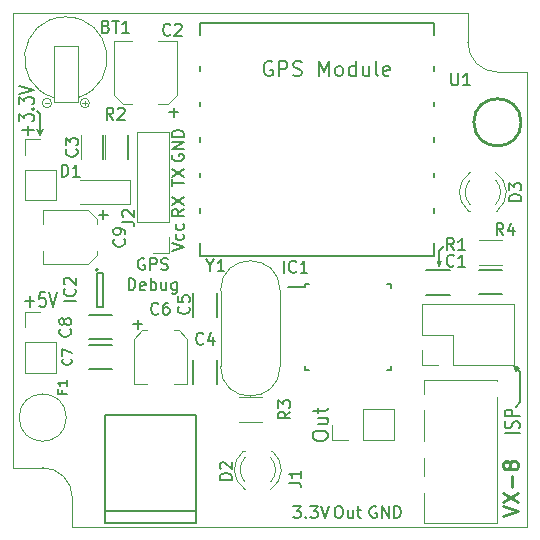
<source format=gto>
G04 #@! TF.FileFunction,Legend,Top*
%FSLAX46Y46*%
G04 Gerber Fmt 4.6, Leading zero omitted, Abs format (unit mm)*
G04 Created by KiCad (PCBNEW 4.0.6) date 04/17/17 12:50:54*
%MOMM*%
%LPD*%
G01*
G04 APERTURE LIST*
%ADD10C,0.100000*%
%ADD11C,0.150000*%
%ADD12C,0.200000*%
%ADD13C,0.250000*%
%ADD14C,0.050000*%
%ADD15C,0.120000*%
G04 APERTURE END LIST*
D10*
D11*
X148082000Y-96393000D02*
X148209000Y-96012000D01*
X148082000Y-96393000D02*
X147955000Y-96012000D01*
X148082000Y-95123000D02*
X148463000Y-94742000D01*
X148082000Y-96393000D02*
X148082000Y-95123000D01*
X154940000Y-107950000D02*
X154559000Y-108331000D01*
X154432000Y-104902000D02*
X154559000Y-105283000D01*
X154432000Y-104902000D02*
X154813000Y-105029000D01*
X154432000Y-104902000D02*
X154940000Y-105410000D01*
X154940000Y-107950000D02*
X154940000Y-105410000D01*
D12*
X154870476Y-110577190D02*
X153620476Y-110577190D01*
X154810952Y-110148619D02*
X154870476Y-110005762D01*
X154870476Y-109767666D01*
X154810952Y-109672428D01*
X154751429Y-109624809D01*
X154632381Y-109577190D01*
X154513333Y-109577190D01*
X154394286Y-109624809D01*
X154334762Y-109672428D01*
X154275238Y-109767666D01*
X154215714Y-109958143D01*
X154156190Y-110053381D01*
X154096667Y-110101000D01*
X153977619Y-110148619D01*
X153858571Y-110148619D01*
X153739524Y-110101000D01*
X153680000Y-110053381D01*
X153620476Y-109958143D01*
X153620476Y-109720047D01*
X153680000Y-109577190D01*
X154870476Y-109148619D02*
X153620476Y-109148619D01*
X153620476Y-108767666D01*
X153680000Y-108672428D01*
X153739524Y-108624809D01*
X153858571Y-108577190D01*
X154037143Y-108577190D01*
X154156190Y-108624809D01*
X154215714Y-108672428D01*
X154275238Y-108767666D01*
X154275238Y-109148619D01*
X114300000Y-83566000D02*
X114300000Y-85344000D01*
X114046000Y-83312000D02*
X114300000Y-83566000D01*
X133914144Y-79131000D02*
X133795096Y-79071476D01*
X133616525Y-79071476D01*
X133437953Y-79131000D01*
X133318906Y-79250048D01*
X133259382Y-79369095D01*
X133199858Y-79607190D01*
X133199858Y-79785762D01*
X133259382Y-80023857D01*
X133318906Y-80142905D01*
X133437953Y-80261952D01*
X133616525Y-80321476D01*
X133735573Y-80321476D01*
X133914144Y-80261952D01*
X133973668Y-80202429D01*
X133973668Y-79785762D01*
X133735573Y-79785762D01*
X134509382Y-80321476D02*
X134509382Y-79071476D01*
X134985573Y-79071476D01*
X135104620Y-79131000D01*
X135164144Y-79190524D01*
X135223668Y-79309571D01*
X135223668Y-79488143D01*
X135164144Y-79607190D01*
X135104620Y-79666714D01*
X134985573Y-79726238D01*
X134509382Y-79726238D01*
X135699858Y-80261952D02*
X135878430Y-80321476D01*
X136176049Y-80321476D01*
X136295096Y-80261952D01*
X136354620Y-80202429D01*
X136414144Y-80083381D01*
X136414144Y-79964333D01*
X136354620Y-79845286D01*
X136295096Y-79785762D01*
X136176049Y-79726238D01*
X135937953Y-79666714D01*
X135818906Y-79607190D01*
X135759382Y-79547667D01*
X135699858Y-79428619D01*
X135699858Y-79309571D01*
X135759382Y-79190524D01*
X135818906Y-79131000D01*
X135937953Y-79071476D01*
X136235573Y-79071476D01*
X136414144Y-79131000D01*
X137902239Y-80321476D02*
X137902239Y-79071476D01*
X138318906Y-79964333D01*
X138735572Y-79071476D01*
X138735572Y-80321476D01*
X139509381Y-80321476D02*
X139390334Y-80261952D01*
X139330810Y-80202429D01*
X139271286Y-80083381D01*
X139271286Y-79726238D01*
X139330810Y-79607190D01*
X139390334Y-79547667D01*
X139509381Y-79488143D01*
X139687953Y-79488143D01*
X139807001Y-79547667D01*
X139866524Y-79607190D01*
X139926048Y-79726238D01*
X139926048Y-80083381D01*
X139866524Y-80202429D01*
X139807001Y-80261952D01*
X139687953Y-80321476D01*
X139509381Y-80321476D01*
X140997476Y-80321476D02*
X140997476Y-79071476D01*
X140997476Y-80261952D02*
X140878429Y-80321476D01*
X140640333Y-80321476D01*
X140521286Y-80261952D01*
X140461762Y-80202429D01*
X140402238Y-80083381D01*
X140402238Y-79726238D01*
X140461762Y-79607190D01*
X140521286Y-79547667D01*
X140640333Y-79488143D01*
X140878429Y-79488143D01*
X140997476Y-79547667D01*
X142128428Y-79488143D02*
X142128428Y-80321476D01*
X141592714Y-79488143D02*
X141592714Y-80142905D01*
X141652238Y-80261952D01*
X141771285Y-80321476D01*
X141949857Y-80321476D01*
X142068905Y-80261952D01*
X142128428Y-80202429D01*
X142902237Y-80321476D02*
X142783190Y-80261952D01*
X142723666Y-80142905D01*
X142723666Y-79071476D01*
X143854619Y-80261952D02*
X143735571Y-80321476D01*
X143497476Y-80321476D01*
X143378428Y-80261952D01*
X143318904Y-80142905D01*
X143318904Y-79666714D01*
X143378428Y-79547667D01*
X143497476Y-79488143D01*
X143735571Y-79488143D01*
X143854619Y-79547667D01*
X143914142Y-79666714D01*
X143914142Y-79785762D01*
X143318904Y-79904810D01*
X123110715Y-95805000D02*
X123015477Y-95757381D01*
X122872620Y-95757381D01*
X122729762Y-95805000D01*
X122634524Y-95900238D01*
X122586905Y-95995476D01*
X122539286Y-96185952D01*
X122539286Y-96328810D01*
X122586905Y-96519286D01*
X122634524Y-96614524D01*
X122729762Y-96709762D01*
X122872620Y-96757381D01*
X122967858Y-96757381D01*
X123110715Y-96709762D01*
X123158334Y-96662143D01*
X123158334Y-96328810D01*
X122967858Y-96328810D01*
X123586905Y-96757381D02*
X123586905Y-95757381D01*
X123967858Y-95757381D01*
X124063096Y-95805000D01*
X124110715Y-95852619D01*
X124158334Y-95947857D01*
X124158334Y-96090714D01*
X124110715Y-96185952D01*
X124063096Y-96233571D01*
X123967858Y-96281190D01*
X123586905Y-96281190D01*
X124539286Y-96709762D02*
X124682143Y-96757381D01*
X124920239Y-96757381D01*
X125015477Y-96709762D01*
X125063096Y-96662143D01*
X125110715Y-96566905D01*
X125110715Y-96471667D01*
X125063096Y-96376429D01*
X125015477Y-96328810D01*
X124920239Y-96281190D01*
X124729762Y-96233571D01*
X124634524Y-96185952D01*
X124586905Y-96138333D01*
X124539286Y-96043095D01*
X124539286Y-95947857D01*
X124586905Y-95852619D01*
X124634524Y-95805000D01*
X124729762Y-95757381D01*
X124967858Y-95757381D01*
X125110715Y-95805000D01*
X121777381Y-98457381D02*
X121777381Y-97457381D01*
X122015476Y-97457381D01*
X122158334Y-97505000D01*
X122253572Y-97600238D01*
X122301191Y-97695476D01*
X122348810Y-97885952D01*
X122348810Y-98028810D01*
X122301191Y-98219286D01*
X122253572Y-98314524D01*
X122158334Y-98409762D01*
X122015476Y-98457381D01*
X121777381Y-98457381D01*
X123158334Y-98409762D02*
X123063096Y-98457381D01*
X122872619Y-98457381D01*
X122777381Y-98409762D01*
X122729762Y-98314524D01*
X122729762Y-97933571D01*
X122777381Y-97838333D01*
X122872619Y-97790714D01*
X123063096Y-97790714D01*
X123158334Y-97838333D01*
X123205953Y-97933571D01*
X123205953Y-98028810D01*
X122729762Y-98124048D01*
X123634524Y-98457381D02*
X123634524Y-97457381D01*
X123634524Y-97838333D02*
X123729762Y-97790714D01*
X123920239Y-97790714D01*
X124015477Y-97838333D01*
X124063096Y-97885952D01*
X124110715Y-97981190D01*
X124110715Y-98266905D01*
X124063096Y-98362143D01*
X124015477Y-98409762D01*
X123920239Y-98457381D01*
X123729762Y-98457381D01*
X123634524Y-98409762D01*
X124967858Y-97790714D02*
X124967858Y-98457381D01*
X124539286Y-97790714D02*
X124539286Y-98314524D01*
X124586905Y-98409762D01*
X124682143Y-98457381D01*
X124825001Y-98457381D01*
X124920239Y-98409762D01*
X124967858Y-98362143D01*
X125872620Y-97790714D02*
X125872620Y-98600238D01*
X125825001Y-98695476D01*
X125777382Y-98743095D01*
X125682143Y-98790714D01*
X125539286Y-98790714D01*
X125444048Y-98743095D01*
X125872620Y-98409762D02*
X125777382Y-98457381D01*
X125586905Y-98457381D01*
X125491667Y-98409762D01*
X125444048Y-98362143D01*
X125396429Y-98266905D01*
X125396429Y-97981190D01*
X125444048Y-97885952D01*
X125491667Y-97838333D01*
X125586905Y-97790714D01*
X125777382Y-97790714D01*
X125872620Y-97838333D01*
X125484000Y-86994904D02*
X125436381Y-87090142D01*
X125436381Y-87232999D01*
X125484000Y-87375857D01*
X125579238Y-87471095D01*
X125674476Y-87518714D01*
X125864952Y-87566333D01*
X126007810Y-87566333D01*
X126198286Y-87518714D01*
X126293524Y-87471095D01*
X126388762Y-87375857D01*
X126436381Y-87232999D01*
X126436381Y-87137761D01*
X126388762Y-86994904D01*
X126341143Y-86947285D01*
X126007810Y-86947285D01*
X126007810Y-87137761D01*
X126436381Y-86518714D02*
X125436381Y-86518714D01*
X126436381Y-85947285D01*
X125436381Y-85947285D01*
X126436381Y-85471095D02*
X125436381Y-85471095D01*
X125436381Y-85233000D01*
X125484000Y-85090142D01*
X125579238Y-84994904D01*
X125674476Y-84947285D01*
X125864952Y-84899666D01*
X126007810Y-84899666D01*
X126198286Y-84947285D01*
X126293524Y-84994904D01*
X126388762Y-85090142D01*
X126436381Y-85233000D01*
X126436381Y-85471095D01*
X125436381Y-89661905D02*
X125436381Y-89090476D01*
X126436381Y-89376191D02*
X125436381Y-89376191D01*
X125436381Y-88852381D02*
X126436381Y-88185714D01*
X125436381Y-88185714D02*
X126436381Y-88852381D01*
X125436381Y-95170476D02*
X126436381Y-94837143D01*
X125436381Y-94503809D01*
X126388762Y-93741904D02*
X126436381Y-93837142D01*
X126436381Y-94027619D01*
X126388762Y-94122857D01*
X126341143Y-94170476D01*
X126245905Y-94218095D01*
X125960190Y-94218095D01*
X125864952Y-94170476D01*
X125817333Y-94122857D01*
X125769714Y-94027619D01*
X125769714Y-93837142D01*
X125817333Y-93741904D01*
X126388762Y-92884761D02*
X126436381Y-92979999D01*
X126436381Y-93170476D01*
X126388762Y-93265714D01*
X126341143Y-93313333D01*
X126245905Y-93360952D01*
X125960190Y-93360952D01*
X125864952Y-93313333D01*
X125817333Y-93265714D01*
X125769714Y-93170476D01*
X125769714Y-92979999D01*
X125817333Y-92884761D01*
X126436381Y-91606666D02*
X125960190Y-91940000D01*
X126436381Y-92178095D02*
X125436381Y-92178095D01*
X125436381Y-91797142D01*
X125484000Y-91701904D01*
X125531619Y-91654285D01*
X125626857Y-91606666D01*
X125769714Y-91606666D01*
X125864952Y-91654285D01*
X125912571Y-91701904D01*
X125960190Y-91797142D01*
X125960190Y-92178095D01*
X125436381Y-91273333D02*
X126436381Y-90606666D01*
X125436381Y-90606666D02*
X126436381Y-91273333D01*
X114554000Y-84836000D02*
X114300000Y-85344000D01*
X114300000Y-85344000D02*
X114046000Y-84836000D01*
X113246286Y-85312000D02*
X113246286Y-84550095D01*
X113722476Y-84931047D02*
X112770095Y-84931047D01*
X112472476Y-84169143D02*
X112472476Y-83550095D01*
X112948667Y-83883429D01*
X112948667Y-83740571D01*
X113008190Y-83645333D01*
X113067714Y-83597714D01*
X113186762Y-83550095D01*
X113484381Y-83550095D01*
X113603429Y-83597714D01*
X113662952Y-83645333D01*
X113722476Y-83740571D01*
X113722476Y-84026286D01*
X113662952Y-84121524D01*
X113603429Y-84169143D01*
X113603429Y-83121524D02*
X113662952Y-83073905D01*
X113722476Y-83121524D01*
X113662952Y-83169143D01*
X113603429Y-83121524D01*
X113722476Y-83121524D01*
X112472476Y-82740572D02*
X112472476Y-82121524D01*
X112948667Y-82454858D01*
X112948667Y-82312000D01*
X113008190Y-82216762D01*
X113067714Y-82169143D01*
X113186762Y-82121524D01*
X113484381Y-82121524D01*
X113603429Y-82169143D01*
X113662952Y-82216762D01*
X113722476Y-82312000D01*
X113722476Y-82597715D01*
X113662952Y-82692953D01*
X113603429Y-82740572D01*
X112472476Y-81835810D02*
X113722476Y-81502477D01*
X112472476Y-81169143D01*
X113014286Y-99403286D02*
X113776191Y-99403286D01*
X113395239Y-99879476D02*
X113395239Y-98927095D01*
X114728572Y-98629476D02*
X114252381Y-98629476D01*
X114204762Y-99224714D01*
X114252381Y-99165190D01*
X114347619Y-99105667D01*
X114585715Y-99105667D01*
X114680953Y-99165190D01*
X114728572Y-99224714D01*
X114776191Y-99343762D01*
X114776191Y-99641381D01*
X114728572Y-99760429D01*
X114680953Y-99819952D01*
X114585715Y-99879476D01*
X114347619Y-99879476D01*
X114252381Y-99819952D01*
X114204762Y-99760429D01*
X115061905Y-98629476D02*
X115395238Y-99879476D01*
X115728572Y-98629476D01*
X137364476Y-110896667D02*
X137364476Y-110658571D01*
X137424000Y-110539524D01*
X137543048Y-110420476D01*
X137781143Y-110360952D01*
X138197810Y-110360952D01*
X138435905Y-110420476D01*
X138554952Y-110539524D01*
X138614476Y-110658571D01*
X138614476Y-110896667D01*
X138554952Y-111015714D01*
X138435905Y-111134762D01*
X138197810Y-111194286D01*
X137781143Y-111194286D01*
X137543048Y-111134762D01*
X137424000Y-111015714D01*
X137364476Y-110896667D01*
X137781143Y-109289524D02*
X138614476Y-109289524D01*
X137781143Y-109825238D02*
X138435905Y-109825238D01*
X138554952Y-109765714D01*
X138614476Y-109646667D01*
X138614476Y-109468095D01*
X138554952Y-109349047D01*
X138495429Y-109289524D01*
X137781143Y-108872857D02*
X137781143Y-108396667D01*
X137364476Y-108694286D02*
X138435905Y-108694286D01*
X138554952Y-108634762D01*
X138614476Y-108515715D01*
X138614476Y-108396667D01*
X142738096Y-116800000D02*
X142642858Y-116752381D01*
X142500001Y-116752381D01*
X142357143Y-116800000D01*
X142261905Y-116895238D01*
X142214286Y-116990476D01*
X142166667Y-117180952D01*
X142166667Y-117323810D01*
X142214286Y-117514286D01*
X142261905Y-117609524D01*
X142357143Y-117704762D01*
X142500001Y-117752381D01*
X142595239Y-117752381D01*
X142738096Y-117704762D01*
X142785715Y-117657143D01*
X142785715Y-117323810D01*
X142595239Y-117323810D01*
X143214286Y-117752381D02*
X143214286Y-116752381D01*
X143785715Y-117752381D01*
X143785715Y-116752381D01*
X144261905Y-117752381D02*
X144261905Y-116752381D01*
X144500000Y-116752381D01*
X144642858Y-116800000D01*
X144738096Y-116895238D01*
X144785715Y-116990476D01*
X144833334Y-117180952D01*
X144833334Y-117323810D01*
X144785715Y-117514286D01*
X144738096Y-117609524D01*
X144642858Y-117704762D01*
X144500000Y-117752381D01*
X144261905Y-117752381D01*
X139466666Y-116752381D02*
X139657143Y-116752381D01*
X139752381Y-116800000D01*
X139847619Y-116895238D01*
X139895238Y-117085714D01*
X139895238Y-117419048D01*
X139847619Y-117609524D01*
X139752381Y-117704762D01*
X139657143Y-117752381D01*
X139466666Y-117752381D01*
X139371428Y-117704762D01*
X139276190Y-117609524D01*
X139228571Y-117419048D01*
X139228571Y-117085714D01*
X139276190Y-116895238D01*
X139371428Y-116800000D01*
X139466666Y-116752381D01*
X140752381Y-117085714D02*
X140752381Y-117752381D01*
X140323809Y-117085714D02*
X140323809Y-117609524D01*
X140371428Y-117704762D01*
X140466666Y-117752381D01*
X140609524Y-117752381D01*
X140704762Y-117704762D01*
X140752381Y-117657143D01*
X141085714Y-117085714D02*
X141466666Y-117085714D01*
X141228571Y-116752381D02*
X141228571Y-117609524D01*
X141276190Y-117704762D01*
X141371428Y-117752381D01*
X141466666Y-117752381D01*
X135723810Y-116752381D02*
X136342858Y-116752381D01*
X136009524Y-117133333D01*
X136152382Y-117133333D01*
X136247620Y-117180952D01*
X136295239Y-117228571D01*
X136342858Y-117323810D01*
X136342858Y-117561905D01*
X136295239Y-117657143D01*
X136247620Y-117704762D01*
X136152382Y-117752381D01*
X135866667Y-117752381D01*
X135771429Y-117704762D01*
X135723810Y-117657143D01*
X136771429Y-117657143D02*
X136819048Y-117704762D01*
X136771429Y-117752381D01*
X136723810Y-117704762D01*
X136771429Y-117657143D01*
X136771429Y-117752381D01*
X137152381Y-116752381D02*
X137771429Y-116752381D01*
X137438095Y-117133333D01*
X137580953Y-117133333D01*
X137676191Y-117180952D01*
X137723810Y-117228571D01*
X137771429Y-117323810D01*
X137771429Y-117561905D01*
X137723810Y-117657143D01*
X137676191Y-117704762D01*
X137580953Y-117752381D01*
X137295238Y-117752381D01*
X137200000Y-117704762D01*
X137152381Y-117657143D01*
X138057143Y-116752381D02*
X138390476Y-117752381D01*
X138723810Y-116752381D01*
D13*
X153493476Y-117569952D02*
X154743476Y-117153286D01*
X153493476Y-116736619D01*
X153493476Y-116439000D02*
X154743476Y-115605666D01*
X153493476Y-115605666D02*
X154743476Y-116439000D01*
X154267286Y-115129476D02*
X154267286Y-114177095D01*
X154029190Y-113403286D02*
X153969667Y-113522333D01*
X153910143Y-113581857D01*
X153791095Y-113641381D01*
X153731571Y-113641381D01*
X153612524Y-113581857D01*
X153553000Y-113522333D01*
X153493476Y-113403286D01*
X153493476Y-113165190D01*
X153553000Y-113046143D01*
X153612524Y-112986619D01*
X153731571Y-112927095D01*
X153791095Y-112927095D01*
X153910143Y-112986619D01*
X153969667Y-113046143D01*
X154029190Y-113165190D01*
X154029190Y-113403286D01*
X154088714Y-113522333D01*
X154148238Y-113581857D01*
X154267286Y-113641381D01*
X154505381Y-113641381D01*
X154624429Y-113581857D01*
X154683952Y-113522333D01*
X154743476Y-113403286D01*
X154743476Y-113165190D01*
X154683952Y-113046143D01*
X154624429Y-112986619D01*
X154505381Y-112927095D01*
X154267286Y-112927095D01*
X154148238Y-112986619D01*
X154088714Y-113046143D01*
X154029190Y-113165190D01*
D10*
X116500000Y-109250000D02*
G75*
G03X116500000Y-109250000I-2000000J0D01*
G01*
D13*
X155000000Y-84250000D02*
G75*
G03X155000000Y-84250000I-2000000J0D01*
G01*
D14*
X117000000Y-116000000D02*
X117000000Y-118500000D01*
X114500000Y-113500000D02*
X112000000Y-113500000D01*
X117000000Y-116000000D02*
G75*
G03X114500000Y-113500000I-2500000J0D01*
G01*
X150500000Y-77500000D02*
G75*
G03X153000000Y-80000000I2500000J0D01*
G01*
X153000000Y-80000000D02*
X155500000Y-80000000D01*
X150500000Y-75000000D02*
X150500000Y-77500000D01*
X112000000Y-75000000D02*
X150500000Y-75000000D01*
X112000000Y-113500000D02*
X112000000Y-75000000D01*
X155500000Y-118500000D02*
X117000000Y-118500000D01*
X155500000Y-80000000D02*
X155500000Y-118500000D01*
D15*
X117630000Y-91170000D02*
X121930000Y-91170000D01*
X121930000Y-91170000D02*
X121930000Y-89170000D01*
X121930000Y-89170000D02*
X117630000Y-89170000D01*
D11*
X119749360Y-117199180D02*
X127450640Y-117199180D01*
X119749360Y-118199940D02*
X127450640Y-118199940D01*
X127450640Y-118199940D02*
X127450640Y-109000060D01*
X127450640Y-109000060D02*
X119749360Y-109000060D01*
X119749360Y-109000060D02*
X119749360Y-118199940D01*
X136710000Y-97975000D02*
X136710000Y-98200000D01*
X143960000Y-97975000D02*
X143960000Y-98300000D01*
X143960000Y-105225000D02*
X143960000Y-104900000D01*
X136710000Y-105225000D02*
X136710000Y-104900000D01*
X136710000Y-97975000D02*
X137035000Y-97975000D01*
X136710000Y-105225000D02*
X137035000Y-105225000D01*
X143960000Y-105225000D02*
X143635000Y-105225000D01*
X143960000Y-97975000D02*
X143635000Y-97975000D01*
X136710000Y-98200000D02*
X135285000Y-98200000D01*
X119180000Y-96725000D02*
G75*
G03X119180000Y-96725000I-100000J0D01*
G01*
X119630000Y-96975000D02*
X119130000Y-96975000D01*
X119630000Y-99875000D02*
X119630000Y-96975000D01*
X119130000Y-99875000D02*
X119630000Y-99875000D01*
X119130000Y-96975000D02*
X119130000Y-99875000D01*
X151400000Y-98815000D02*
X153400000Y-98815000D01*
X153400000Y-96765000D02*
X151400000Y-96765000D01*
X129295000Y-106410000D02*
X129295000Y-104410000D01*
X127245000Y-104410000D02*
X127245000Y-106410000D01*
X127245000Y-98695000D02*
X127245000Y-100695000D01*
X129295000Y-100695000D02*
X129295000Y-98695000D01*
X118380000Y-105165000D02*
X120380000Y-105165000D01*
X120380000Y-103115000D02*
X118380000Y-103115000D01*
X118380000Y-102625000D02*
X120380000Y-102625000D01*
X120380000Y-100575000D02*
X118380000Y-100575000D01*
X119575000Y-87360000D02*
X119575000Y-85360000D01*
X121725000Y-85360000D02*
X121725000Y-87360000D01*
X148955000Y-98865000D02*
X146955000Y-98865000D01*
X146955000Y-96715000D02*
X148955000Y-96715000D01*
D15*
X117725000Y-85360000D02*
X117725000Y-87360000D01*
X119765000Y-87360000D02*
X119765000Y-85360000D01*
X126760000Y-106430000D02*
X125590000Y-106430000D01*
X122190000Y-106430000D02*
X123360000Y-106430000D01*
X122950000Y-101850000D02*
X123360000Y-101850000D01*
X126000000Y-101850000D02*
X125590000Y-101850000D01*
X126760000Y-102620000D02*
X126760000Y-106430000D01*
X126760000Y-102620000D02*
X126000000Y-101850000D01*
X122190000Y-102620000D02*
X122190000Y-106430000D01*
X122190000Y-102620000D02*
X122950000Y-101850000D01*
X114550000Y-96280000D02*
X114550000Y-95110000D01*
X114550000Y-91710000D02*
X114550000Y-92880000D01*
X119130000Y-92470000D02*
X119130000Y-92880000D01*
X119130000Y-95520000D02*
X119130000Y-95110000D01*
X118360000Y-96280000D02*
X114550000Y-96280000D01*
X118360000Y-96280000D02*
X119130000Y-95520000D01*
X118360000Y-91710000D02*
X114550000Y-91710000D01*
X118360000Y-91710000D02*
X119130000Y-92470000D01*
X149225000Y-104835000D02*
X154365000Y-104835000D01*
X154365000Y-104835000D02*
X154365000Y-99635000D01*
X154365000Y-99635000D02*
X146625000Y-99635000D01*
X146625000Y-99635000D02*
X146625000Y-102235000D01*
X146625000Y-102235000D02*
X149225000Y-102235000D01*
X149225000Y-102235000D02*
X149225000Y-104835000D01*
X147955000Y-104835000D02*
X146625000Y-104835000D01*
X146625000Y-104835000D02*
X146625000Y-103505000D01*
X133793608Y-115337335D02*
G75*
G03X133950516Y-112105000I-1078608J1672335D01*
G01*
X131636392Y-115337335D02*
G75*
G02X131479484Y-112105000I1078608J1672335D01*
G01*
X133794837Y-114706130D02*
G75*
G03X133795000Y-112624039I-1079837J1041130D01*
G01*
X131635163Y-114706130D02*
G75*
G02X131635000Y-112624039I1079837J1041130D01*
G01*
X133951000Y-112105000D02*
X133795000Y-112105000D01*
X131635000Y-112105000D02*
X131479000Y-112105000D01*
X125155000Y-92710000D02*
X125155000Y-85030000D01*
X125155000Y-85030000D02*
X122495000Y-85030000D01*
X122495000Y-85030000D02*
X122495000Y-92710000D01*
X122495000Y-92710000D02*
X125155000Y-92710000D01*
X125155000Y-93980000D02*
X125155000Y-95310000D01*
X125155000Y-95310000D02*
X123825000Y-95310000D01*
X141605000Y-111185000D02*
X144205000Y-111185000D01*
X144205000Y-111185000D02*
X144205000Y-108525000D01*
X144205000Y-108525000D02*
X141605000Y-108525000D01*
X141605000Y-108525000D02*
X141605000Y-111185000D01*
X140335000Y-111185000D02*
X139005000Y-111185000D01*
X139005000Y-111185000D02*
X139005000Y-109855000D01*
X112970000Y-88265000D02*
X112970000Y-90865000D01*
X112970000Y-90865000D02*
X115630000Y-90865000D01*
X115630000Y-90865000D02*
X115630000Y-88265000D01*
X115630000Y-88265000D02*
X112970000Y-88265000D01*
X112970000Y-86995000D02*
X112970000Y-85665000D01*
X112970000Y-85665000D02*
X114300000Y-85665000D01*
X112970000Y-102870000D02*
X112970000Y-105470000D01*
X112970000Y-105470000D02*
X115630000Y-105470000D01*
X115630000Y-105470000D02*
X115630000Y-102870000D01*
X115630000Y-102870000D02*
X112970000Y-102870000D01*
X112970000Y-101600000D02*
X112970000Y-100270000D01*
X112970000Y-100270000D02*
X114300000Y-100270000D01*
X115059000Y-82620000D02*
X114659000Y-82620000D01*
X117859000Y-82620000D02*
X118259000Y-82620000D01*
X118059000Y-82820000D02*
X118059000Y-82420000D01*
X117459000Y-82520000D02*
X117459000Y-77820000D01*
X117459000Y-77820000D02*
X115459000Y-77820000D01*
X115459000Y-77820000D02*
X115459000Y-82520000D01*
X117459000Y-82520000D02*
X115459000Y-82520000D01*
X115259000Y-82620000D02*
G75*
G03X115259000Y-82620000I-400000J0D01*
G01*
X118459000Y-82620000D02*
G75*
G03X118459000Y-82620000I-400000J0D01*
G01*
X117503259Y-82156469D02*
G75*
G03X115459000Y-82170000I-1044259J3336469D01*
G01*
X152960000Y-107535000D02*
X152960000Y-118135000D01*
X152960000Y-106135000D02*
X152960000Y-106035000D01*
X146760000Y-107235000D02*
X146760000Y-106035000D01*
X146760000Y-111235000D02*
X146760000Y-108635000D01*
X146760000Y-114235000D02*
X146760000Y-112635000D01*
X146760000Y-118135000D02*
X146760000Y-115635000D01*
X152960000Y-106035000D02*
X146760000Y-106035000D01*
X146760000Y-118135000D02*
X152960000Y-118135000D01*
X133080000Y-109655000D02*
X131080000Y-109655000D01*
X131080000Y-107515000D02*
X133080000Y-107515000D01*
X120500000Y-77340000D02*
X122050000Y-77340000D01*
X125830000Y-77340000D02*
X124280000Y-77340000D01*
X125070000Y-82680000D02*
X124280000Y-82680000D01*
X121260000Y-82680000D02*
X122050000Y-82680000D01*
X120500000Y-77340000D02*
X120500000Y-81920000D01*
X120500000Y-81920000D02*
X121260000Y-82680000D01*
X125070000Y-82680000D02*
X125830000Y-81920000D01*
X125830000Y-81920000D02*
X125830000Y-77340000D01*
X129555000Y-104900000D02*
X129555000Y-98500000D01*
X134605000Y-104900000D02*
X134605000Y-98500000D01*
X134605000Y-104900000D02*
G75*
G02X129555000Y-104900000I-2525000J0D01*
G01*
X134605000Y-98500000D02*
G75*
G03X129555000Y-98500000I-2525000J0D01*
G01*
X150686392Y-88497665D02*
G75*
G03X150529484Y-91730000I1078608J-1672335D01*
G01*
X152843608Y-88497665D02*
G75*
G02X153000516Y-91730000I-1078608J-1672335D01*
G01*
X150685163Y-89128870D02*
G75*
G03X150685000Y-91210961I1079837J-1041130D01*
G01*
X152844837Y-89128870D02*
G75*
G02X152845000Y-91210961I-1079837J-1041130D01*
G01*
X150529000Y-91730000D02*
X150685000Y-91730000D01*
X152845000Y-91730000D02*
X153001000Y-91730000D01*
X151400000Y-94180000D02*
X153400000Y-94180000D01*
X153400000Y-96320000D02*
X151400000Y-96320000D01*
D11*
X147600000Y-91500000D02*
X147600000Y-91900000D01*
X147600000Y-88500000D02*
X147600000Y-88900000D01*
X147600000Y-85500000D02*
X147600000Y-85900000D01*
X147600000Y-82500000D02*
X147600000Y-82900000D01*
X147600000Y-79500000D02*
X147600000Y-79900000D01*
X127800000Y-79900000D02*
X127800000Y-79500000D01*
X127800000Y-82900000D02*
X127800000Y-82500000D01*
X127800000Y-85900000D02*
X127800000Y-85500000D01*
X127800000Y-88500000D02*
X127800000Y-88900000D01*
X127800000Y-91500000D02*
X127800000Y-91900000D01*
X127800000Y-94500000D02*
X127800000Y-95600000D01*
X127800000Y-95600000D02*
X147600000Y-95600000D01*
X147600000Y-95600000D02*
X147600000Y-94500000D01*
X147600000Y-76900000D02*
X147600000Y-75800000D01*
X147600000Y-75800000D02*
X127800000Y-75800000D01*
X127800000Y-75800000D02*
X127800000Y-76900000D01*
X116101905Y-88844381D02*
X116101905Y-87844381D01*
X116340000Y-87844381D01*
X116482858Y-87892000D01*
X116578096Y-87987238D01*
X116625715Y-88082476D01*
X116673334Y-88272952D01*
X116673334Y-88415810D01*
X116625715Y-88606286D01*
X116578096Y-88701524D01*
X116482858Y-88796762D01*
X116340000Y-88844381D01*
X116101905Y-88844381D01*
X117625715Y-88844381D02*
X117054286Y-88844381D01*
X117340000Y-88844381D02*
X117340000Y-87844381D01*
X117244762Y-87987238D01*
X117149524Y-88082476D01*
X117054286Y-88130095D01*
X134913810Y-96972381D02*
X134913810Y-95972381D01*
X135961429Y-96877143D02*
X135913810Y-96924762D01*
X135770953Y-96972381D01*
X135675715Y-96972381D01*
X135532857Y-96924762D01*
X135437619Y-96829524D01*
X135390000Y-96734286D01*
X135342381Y-96543810D01*
X135342381Y-96400952D01*
X135390000Y-96210476D01*
X135437619Y-96115238D01*
X135532857Y-96020000D01*
X135675715Y-95972381D01*
X135770953Y-95972381D01*
X135913810Y-96020000D01*
X135961429Y-96067619D01*
X136913810Y-96972381D02*
X136342381Y-96972381D01*
X136628095Y-96972381D02*
X136628095Y-95972381D01*
X136532857Y-96115238D01*
X136437619Y-96210476D01*
X136342381Y-96258095D01*
X117292381Y-99401190D02*
X116292381Y-99401190D01*
X117197143Y-98353571D02*
X117244762Y-98401190D01*
X117292381Y-98544047D01*
X117292381Y-98639285D01*
X117244762Y-98782143D01*
X117149524Y-98877381D01*
X117054286Y-98925000D01*
X116863810Y-98972619D01*
X116720952Y-98972619D01*
X116530476Y-98925000D01*
X116435238Y-98877381D01*
X116340000Y-98782143D01*
X116292381Y-98639285D01*
X116292381Y-98544047D01*
X116340000Y-98401190D01*
X116387619Y-98353571D01*
X116387619Y-97972619D02*
X116340000Y-97925000D01*
X116292381Y-97829762D01*
X116292381Y-97591666D01*
X116340000Y-97496428D01*
X116387619Y-97448809D01*
X116482857Y-97401190D01*
X116578095Y-97401190D01*
X116720952Y-97448809D01*
X117292381Y-98020238D01*
X117292381Y-97401190D01*
X149312334Y-96369143D02*
X149264715Y-96416762D01*
X149121858Y-96464381D01*
X149026620Y-96464381D01*
X148883762Y-96416762D01*
X148788524Y-96321524D01*
X148740905Y-96226286D01*
X148693286Y-96035810D01*
X148693286Y-95892952D01*
X148740905Y-95702476D01*
X148788524Y-95607238D01*
X148883762Y-95512000D01*
X149026620Y-95464381D01*
X149121858Y-95464381D01*
X149264715Y-95512000D01*
X149312334Y-95559619D01*
X150264715Y-96464381D02*
X149693286Y-96464381D01*
X149979000Y-96464381D02*
X149979000Y-95464381D01*
X149883762Y-95607238D01*
X149788524Y-95702476D01*
X149693286Y-95750095D01*
X128103334Y-102973143D02*
X128055715Y-103020762D01*
X127912858Y-103068381D01*
X127817620Y-103068381D01*
X127674762Y-103020762D01*
X127579524Y-102925524D01*
X127531905Y-102830286D01*
X127484286Y-102639810D01*
X127484286Y-102496952D01*
X127531905Y-102306476D01*
X127579524Y-102211238D01*
X127674762Y-102116000D01*
X127817620Y-102068381D01*
X127912858Y-102068381D01*
X128055715Y-102116000D01*
X128103334Y-102163619D01*
X128960477Y-102401714D02*
X128960477Y-103068381D01*
X128722381Y-102020762D02*
X128484286Y-102735048D01*
X129103334Y-102735048D01*
X126849143Y-99861666D02*
X126896762Y-99909285D01*
X126944381Y-100052142D01*
X126944381Y-100147380D01*
X126896762Y-100290238D01*
X126801524Y-100385476D01*
X126706286Y-100433095D01*
X126515810Y-100480714D01*
X126372952Y-100480714D01*
X126182476Y-100433095D01*
X126087238Y-100385476D01*
X125992000Y-100290238D01*
X125944381Y-100147380D01*
X125944381Y-100052142D01*
X125992000Y-99909285D01*
X126039619Y-99861666D01*
X125944381Y-98956904D02*
X125944381Y-99433095D01*
X126420571Y-99480714D01*
X126372952Y-99433095D01*
X126325333Y-99337857D01*
X126325333Y-99099761D01*
X126372952Y-99004523D01*
X126420571Y-98956904D01*
X126515810Y-98909285D01*
X126753905Y-98909285D01*
X126849143Y-98956904D01*
X126896762Y-99004523D01*
X126944381Y-99099761D01*
X126944381Y-99337857D01*
X126896762Y-99433095D01*
X126849143Y-99480714D01*
X116871714Y-104273333D02*
X116909810Y-104311428D01*
X116947905Y-104425714D01*
X116947905Y-104501904D01*
X116909810Y-104616190D01*
X116833619Y-104692381D01*
X116757429Y-104730476D01*
X116605048Y-104768571D01*
X116490762Y-104768571D01*
X116338381Y-104730476D01*
X116262190Y-104692381D01*
X116186000Y-104616190D01*
X116147905Y-104501904D01*
X116147905Y-104425714D01*
X116186000Y-104311428D01*
X116224095Y-104273333D01*
X116147905Y-104006666D02*
X116147905Y-103473333D01*
X116947905Y-103816190D01*
X116816143Y-101766666D02*
X116863762Y-101814285D01*
X116911381Y-101957142D01*
X116911381Y-102052380D01*
X116863762Y-102195238D01*
X116768524Y-102290476D01*
X116673286Y-102338095D01*
X116482810Y-102385714D01*
X116339952Y-102385714D01*
X116149476Y-102338095D01*
X116054238Y-102290476D01*
X115959000Y-102195238D01*
X115911381Y-102052380D01*
X115911381Y-101957142D01*
X115959000Y-101814285D01*
X116006619Y-101766666D01*
X116339952Y-101195238D02*
X116292333Y-101290476D01*
X116244714Y-101338095D01*
X116149476Y-101385714D01*
X116101857Y-101385714D01*
X116006619Y-101338095D01*
X115959000Y-101290476D01*
X115911381Y-101195238D01*
X115911381Y-101004761D01*
X115959000Y-100909523D01*
X116006619Y-100861904D01*
X116101857Y-100814285D01*
X116149476Y-100814285D01*
X116244714Y-100861904D01*
X116292333Y-100909523D01*
X116339952Y-101004761D01*
X116339952Y-101195238D01*
X116387571Y-101290476D01*
X116435190Y-101338095D01*
X116530429Y-101385714D01*
X116720905Y-101385714D01*
X116816143Y-101338095D01*
X116863762Y-101290476D01*
X116911381Y-101195238D01*
X116911381Y-101004761D01*
X116863762Y-100909523D01*
X116816143Y-100861904D01*
X116720905Y-100814285D01*
X116530429Y-100814285D01*
X116435190Y-100861904D01*
X116387571Y-100909523D01*
X116339952Y-101004761D01*
X116147857Y-106946666D02*
X116147857Y-107213333D01*
X116566905Y-107213333D02*
X115766905Y-107213333D01*
X115766905Y-106832380D01*
X116566905Y-106108571D02*
X116566905Y-106565714D01*
X116566905Y-106337143D02*
X115766905Y-106337143D01*
X115881190Y-106413333D01*
X115957381Y-106489524D01*
X115995476Y-106565714D01*
X120483334Y-84018381D02*
X120150000Y-83542190D01*
X119911905Y-84018381D02*
X119911905Y-83018381D01*
X120292858Y-83018381D01*
X120388096Y-83066000D01*
X120435715Y-83113619D01*
X120483334Y-83208857D01*
X120483334Y-83351714D01*
X120435715Y-83446952D01*
X120388096Y-83494571D01*
X120292858Y-83542190D01*
X119911905Y-83542190D01*
X120864286Y-83113619D02*
X120911905Y-83066000D01*
X121007143Y-83018381D01*
X121245239Y-83018381D01*
X121340477Y-83066000D01*
X121388096Y-83113619D01*
X121435715Y-83208857D01*
X121435715Y-83304095D01*
X121388096Y-83446952D01*
X120816667Y-84018381D01*
X121435715Y-84018381D01*
X149312334Y-95067381D02*
X148979000Y-94591190D01*
X148740905Y-95067381D02*
X148740905Y-94067381D01*
X149121858Y-94067381D01*
X149217096Y-94115000D01*
X149264715Y-94162619D01*
X149312334Y-94257857D01*
X149312334Y-94400714D01*
X149264715Y-94495952D01*
X149217096Y-94543571D01*
X149121858Y-94591190D01*
X148740905Y-94591190D01*
X150264715Y-95067381D02*
X149693286Y-95067381D01*
X149979000Y-95067381D02*
X149979000Y-94067381D01*
X149883762Y-94210238D01*
X149788524Y-94305476D01*
X149693286Y-94353095D01*
X117352143Y-86526666D02*
X117399762Y-86574285D01*
X117447381Y-86717142D01*
X117447381Y-86812380D01*
X117399762Y-86955238D01*
X117304524Y-87050476D01*
X117209286Y-87098095D01*
X117018810Y-87145714D01*
X116875952Y-87145714D01*
X116685476Y-87098095D01*
X116590238Y-87050476D01*
X116495000Y-86955238D01*
X116447381Y-86812380D01*
X116447381Y-86717142D01*
X116495000Y-86574285D01*
X116542619Y-86526666D01*
X116447381Y-86193333D02*
X116447381Y-85574285D01*
X116828333Y-85907619D01*
X116828333Y-85764761D01*
X116875952Y-85669523D01*
X116923571Y-85621904D01*
X117018810Y-85574285D01*
X117256905Y-85574285D01*
X117352143Y-85621904D01*
X117399762Y-85669523D01*
X117447381Y-85764761D01*
X117447381Y-86050476D01*
X117399762Y-86145714D01*
X117352143Y-86193333D01*
X124293334Y-100433143D02*
X124245715Y-100480762D01*
X124102858Y-100528381D01*
X124007620Y-100528381D01*
X123864762Y-100480762D01*
X123769524Y-100385524D01*
X123721905Y-100290286D01*
X123674286Y-100099810D01*
X123674286Y-99956952D01*
X123721905Y-99766476D01*
X123769524Y-99671238D01*
X123864762Y-99576000D01*
X124007620Y-99528381D01*
X124102858Y-99528381D01*
X124245715Y-99576000D01*
X124293334Y-99623619D01*
X125150477Y-99528381D02*
X124960000Y-99528381D01*
X124864762Y-99576000D01*
X124817143Y-99623619D01*
X124721905Y-99766476D01*
X124674286Y-99956952D01*
X124674286Y-100337905D01*
X124721905Y-100433143D01*
X124769524Y-100480762D01*
X124864762Y-100528381D01*
X125055239Y-100528381D01*
X125150477Y-100480762D01*
X125198096Y-100433143D01*
X125245715Y-100337905D01*
X125245715Y-100099810D01*
X125198096Y-100004571D01*
X125150477Y-99956952D01*
X125055239Y-99909333D01*
X124864762Y-99909333D01*
X124769524Y-99956952D01*
X124721905Y-100004571D01*
X124674286Y-100099810D01*
X122541429Y-101740952D02*
X122541429Y-100979047D01*
X122922381Y-101359999D02*
X122160476Y-101359999D01*
X121388143Y-94146666D02*
X121435762Y-94194285D01*
X121483381Y-94337142D01*
X121483381Y-94432380D01*
X121435762Y-94575238D01*
X121340524Y-94670476D01*
X121245286Y-94718095D01*
X121054810Y-94765714D01*
X120911952Y-94765714D01*
X120721476Y-94718095D01*
X120626238Y-94670476D01*
X120531000Y-94575238D01*
X120483381Y-94432380D01*
X120483381Y-94337142D01*
X120531000Y-94194285D01*
X120578619Y-94146666D01*
X121483381Y-93670476D02*
X121483381Y-93480000D01*
X121435762Y-93384761D01*
X121388143Y-93337142D01*
X121245286Y-93241904D01*
X121054810Y-93194285D01*
X120673857Y-93194285D01*
X120578619Y-93241904D01*
X120531000Y-93289523D01*
X120483381Y-93384761D01*
X120483381Y-93575238D01*
X120531000Y-93670476D01*
X120578619Y-93718095D01*
X120673857Y-93765714D01*
X120911952Y-93765714D01*
X121007190Y-93718095D01*
X121054810Y-93670476D01*
X121102429Y-93575238D01*
X121102429Y-93384761D01*
X121054810Y-93289523D01*
X121007190Y-93241904D01*
X120911952Y-93194285D01*
X119239048Y-92061429D02*
X120000953Y-92061429D01*
X119620001Y-92442381D02*
X119620001Y-91680476D01*
X130500381Y-114530095D02*
X129500381Y-114530095D01*
X129500381Y-114292000D01*
X129548000Y-114149142D01*
X129643238Y-114053904D01*
X129738476Y-114006285D01*
X129928952Y-113958666D01*
X130071810Y-113958666D01*
X130262286Y-114006285D01*
X130357524Y-114053904D01*
X130452762Y-114149142D01*
X130500381Y-114292000D01*
X130500381Y-114530095D01*
X129595619Y-113577714D02*
X129548000Y-113530095D01*
X129500381Y-113434857D01*
X129500381Y-113196761D01*
X129548000Y-113101523D01*
X129595619Y-113053904D01*
X129690857Y-113006285D01*
X129786095Y-113006285D01*
X129928952Y-113053904D01*
X130500381Y-113625333D01*
X130500381Y-113006285D01*
X121245381Y-92662333D02*
X121959667Y-92662333D01*
X122102524Y-92709953D01*
X122197762Y-92805191D01*
X122245381Y-92948048D01*
X122245381Y-93043286D01*
X121340619Y-92233762D02*
X121293000Y-92186143D01*
X121245381Y-92090905D01*
X121245381Y-91852809D01*
X121293000Y-91757571D01*
X121340619Y-91709952D01*
X121435857Y-91662333D01*
X121531095Y-91662333D01*
X121673952Y-91709952D01*
X122245381Y-92281381D01*
X122245381Y-91662333D01*
X119864286Y-76128571D02*
X120007143Y-76176190D01*
X120054762Y-76223810D01*
X120102381Y-76319048D01*
X120102381Y-76461905D01*
X120054762Y-76557143D01*
X120007143Y-76604762D01*
X119911905Y-76652381D01*
X119530952Y-76652381D01*
X119530952Y-75652381D01*
X119864286Y-75652381D01*
X119959524Y-75700000D01*
X120007143Y-75747619D01*
X120054762Y-75842857D01*
X120054762Y-75938095D01*
X120007143Y-76033333D01*
X119959524Y-76080952D01*
X119864286Y-76128571D01*
X119530952Y-76128571D01*
X120388095Y-75652381D02*
X120959524Y-75652381D01*
X120673809Y-76652381D02*
X120673809Y-75652381D01*
X121816667Y-76652381D02*
X121245238Y-76652381D01*
X121530952Y-76652381D02*
X121530952Y-75652381D01*
X121435714Y-75795238D01*
X121340476Y-75890476D01*
X121245238Y-75938095D01*
X135453381Y-108751666D02*
X134977190Y-109085000D01*
X135453381Y-109323095D02*
X134453381Y-109323095D01*
X134453381Y-108942142D01*
X134501000Y-108846904D01*
X134548619Y-108799285D01*
X134643857Y-108751666D01*
X134786714Y-108751666D01*
X134881952Y-108799285D01*
X134929571Y-108846904D01*
X134977190Y-108942142D01*
X134977190Y-109323095D01*
X134453381Y-108418333D02*
X134453381Y-107799285D01*
X134834333Y-108132619D01*
X134834333Y-107989761D01*
X134881952Y-107894523D01*
X134929571Y-107846904D01*
X135024810Y-107799285D01*
X135262905Y-107799285D01*
X135358143Y-107846904D01*
X135405762Y-107894523D01*
X135453381Y-107989761D01*
X135453381Y-108275476D01*
X135405762Y-108370714D01*
X135358143Y-108418333D01*
X135342381Y-114760333D02*
X136056667Y-114760333D01*
X136199524Y-114807953D01*
X136294762Y-114903191D01*
X136342381Y-115046048D01*
X136342381Y-115141286D01*
X136342381Y-113760333D02*
X136342381Y-114331762D01*
X136342381Y-114046048D02*
X135342381Y-114046048D01*
X135485238Y-114141286D01*
X135580476Y-114236524D01*
X135628095Y-114331762D01*
X125309334Y-76811143D02*
X125261715Y-76858762D01*
X125118858Y-76906381D01*
X125023620Y-76906381D01*
X124880762Y-76858762D01*
X124785524Y-76763524D01*
X124737905Y-76668286D01*
X124690286Y-76477810D01*
X124690286Y-76334952D01*
X124737905Y-76144476D01*
X124785524Y-76049238D01*
X124880762Y-75954000D01*
X125023620Y-75906381D01*
X125118858Y-75906381D01*
X125261715Y-75954000D01*
X125309334Y-76001619D01*
X125690286Y-76001619D02*
X125737905Y-75954000D01*
X125833143Y-75906381D01*
X126071239Y-75906381D01*
X126166477Y-75954000D01*
X126214096Y-76001619D01*
X126261715Y-76096857D01*
X126261715Y-76192095D01*
X126214096Y-76334952D01*
X125642667Y-76906381D01*
X126261715Y-76906381D01*
X125601429Y-83770952D02*
X125601429Y-83009047D01*
X125982381Y-83389999D02*
X125220476Y-83389999D01*
X128682809Y-96369190D02*
X128682809Y-96845381D01*
X128349476Y-95845381D02*
X128682809Y-96369190D01*
X129016143Y-95845381D01*
X129873286Y-96845381D02*
X129301857Y-96845381D01*
X129587571Y-96845381D02*
X129587571Y-95845381D01*
X129492333Y-95988238D01*
X129397095Y-96083476D01*
X129301857Y-96131095D01*
X155011381Y-90908095D02*
X154011381Y-90908095D01*
X154011381Y-90670000D01*
X154059000Y-90527142D01*
X154154238Y-90431904D01*
X154249476Y-90384285D01*
X154439952Y-90336666D01*
X154582810Y-90336666D01*
X154773286Y-90384285D01*
X154868524Y-90431904D01*
X154963762Y-90527142D01*
X155011381Y-90670000D01*
X155011381Y-90908095D01*
X154011381Y-90003333D02*
X154011381Y-89384285D01*
X154392333Y-89717619D01*
X154392333Y-89574761D01*
X154439952Y-89479523D01*
X154487571Y-89431904D01*
X154582810Y-89384285D01*
X154820905Y-89384285D01*
X154916143Y-89431904D01*
X154963762Y-89479523D01*
X155011381Y-89574761D01*
X155011381Y-89860476D01*
X154963762Y-89955714D01*
X154916143Y-90003333D01*
X153503334Y-93797381D02*
X153170000Y-93321190D01*
X152931905Y-93797381D02*
X152931905Y-92797381D01*
X153312858Y-92797381D01*
X153408096Y-92845000D01*
X153455715Y-92892619D01*
X153503334Y-92987857D01*
X153503334Y-93130714D01*
X153455715Y-93225952D01*
X153408096Y-93273571D01*
X153312858Y-93321190D01*
X152931905Y-93321190D01*
X154360477Y-93130714D02*
X154360477Y-93797381D01*
X154122381Y-92749762D02*
X153884286Y-93464048D01*
X154503334Y-93464048D01*
X149098095Y-80097381D02*
X149098095Y-80906905D01*
X149145714Y-81002143D01*
X149193333Y-81049762D01*
X149288571Y-81097381D01*
X149479048Y-81097381D01*
X149574286Y-81049762D01*
X149621905Y-81002143D01*
X149669524Y-80906905D01*
X149669524Y-80097381D01*
X150669524Y-81097381D02*
X150098095Y-81097381D01*
X150383809Y-81097381D02*
X150383809Y-80097381D01*
X150288571Y-80240238D01*
X150193333Y-80335476D01*
X150098095Y-80383095D01*
M02*

</source>
